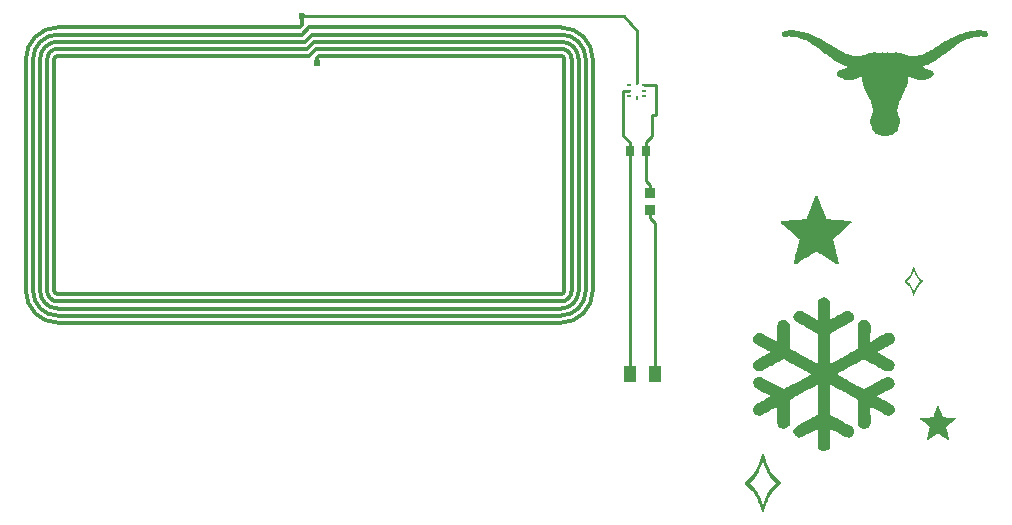
<source format=gtl>
G04 Layer: TopLayer*
G04 EasyEDA v6.5.50, 2025-08-15 22:22:53*
G04 78b981eca6ee4c28b6080d7fc2fd3244,645267f41e9e4d7b8b91459b463e1a24,10*
G04 Gerber Generator version 0.2*
G04 Scale: 100 percent, Rotated: No, Reflected: No *
G04 Dimensions in millimeters *
G04 leading zeros omitted , absolute positions ,4 integer and 5 decimal *
%FSLAX45Y45*%
%MOMM*%

%AMMACRO1*21,1,$1,$2,0,0,$3*%
%ADD10C,0.2540*%
%ADD11C,0.3000*%
%ADD12C,0.6000*%
%ADD13R,0.8000X0.9000*%
%ADD14MACRO1,1X1.3995X0.0000*%
%ADD15R,1.0000X1.3995*%
%ADD16MACRO1,0.864X0.8065X0.0000*%
%ADD17R,0.8640X0.8065*%
%ADD18R,0.2200X0.4000*%
%ADD19R,0.4000X0.2200*%
%ADD20C,0.6100*%
%ADD21R,0.4000X0.2800*%
%ADD22R,0.0146X0.2800*%

%LPD*%
G36*
X6943242Y-1679295D02*
G01*
X6941362Y-1679702D01*
X6937095Y-1682038D01*
X6934708Y-1684629D01*
X6930491Y-1694332D01*
X6930491Y-1695196D01*
X6928103Y-1700326D01*
X6928103Y-1701088D01*
X6924548Y-1709064D01*
X6924548Y-1709877D01*
X6922211Y-1715058D01*
X6922211Y-1716176D01*
X6921550Y-1716938D01*
X6913930Y-1735886D01*
X6913930Y-1736648D01*
X6911594Y-1741830D01*
X6911594Y-1742643D01*
X6909206Y-1747824D01*
X6909206Y-1749043D01*
X6908495Y-1749501D01*
X6907936Y-1752041D01*
X6905650Y-1757019D01*
X6905650Y-1757883D01*
X6903313Y-1763014D01*
X6903313Y-1763877D01*
X6900925Y-1769008D01*
X6900925Y-1769872D01*
X6900164Y-1771243D01*
X6897420Y-1777746D01*
X6897420Y-1778863D01*
X6896760Y-1779625D01*
X6890207Y-1796389D01*
X6886752Y-1804517D01*
X6886752Y-1805330D01*
X6885228Y-1808581D01*
X6879691Y-1822450D01*
X6879691Y-1823567D01*
X6879031Y-1824329D01*
X6876948Y-1829917D01*
X6876643Y-1830324D01*
X6875272Y-1834337D01*
X6871411Y-1843278D01*
X6871411Y-1844446D01*
X6870700Y-1844903D01*
X6870141Y-1847443D01*
X6867855Y-1852422D01*
X6867855Y-1853285D01*
X6865518Y-1858416D01*
X6865518Y-1859280D01*
X6863130Y-1864410D01*
X6863130Y-1865274D01*
X6862368Y-1866646D01*
X6859625Y-1873148D01*
X6859625Y-1873961D01*
X6858050Y-1876958D01*
X6852310Y-1877618D01*
X6835800Y-1878838D01*
X6818833Y-1879650D01*
X6815074Y-1880412D01*
X6807809Y-1880463D01*
X6800748Y-1881225D01*
X6783019Y-1882444D01*
X6767677Y-1883156D01*
X6761378Y-1884019D01*
X6733438Y-1885645D01*
X6725920Y-1886407D01*
X6700367Y-1888032D01*
X6691680Y-1888845D01*
X6663334Y-1890369D01*
X6658203Y-1891182D01*
X6653733Y-1891538D01*
X6649618Y-1893824D01*
X6647129Y-1896364D01*
X6645046Y-1900783D01*
X6645046Y-1906016D01*
X6646316Y-1909978D01*
X6646976Y-1909978D01*
X6647027Y-1910943D01*
X6648805Y-1912975D01*
X6666890Y-1928114D01*
X6668109Y-1929333D01*
X6708597Y-1963826D01*
X6709206Y-1963877D01*
X6713728Y-1968093D01*
X6747205Y-1996439D01*
X6753098Y-2001164D01*
X6753910Y-2002078D01*
X6766102Y-2012238D01*
X6779412Y-2023770D01*
X6779869Y-2023770D01*
X6801815Y-2042718D01*
X6804101Y-2044293D01*
X6804101Y-2047544D01*
X6803339Y-2048306D01*
X6799173Y-2066645D01*
X6798665Y-2067458D01*
X6798106Y-2071370D01*
X6797446Y-2072639D01*
X6794601Y-2085035D01*
X6793839Y-2086457D01*
X6793331Y-2090216D01*
X6792722Y-2091029D01*
X6787134Y-2114956D01*
X6781901Y-2135733D01*
X6780885Y-2138934D01*
X6778955Y-2147722D01*
X6776516Y-2157272D01*
X6776110Y-2158085D01*
X6775399Y-2161692D01*
X6768439Y-2190445D01*
X6767982Y-2191207D01*
X6767423Y-2194814D01*
X6766712Y-2196388D01*
X6764832Y-2204770D01*
X6763918Y-2207056D01*
X6763918Y-2209241D01*
X6763207Y-2210003D01*
X6756806Y-2237536D01*
X6756095Y-2238908D01*
X6755536Y-2242312D01*
X6754825Y-2243785D01*
X6754825Y-2249220D01*
X6756958Y-2253792D01*
X6759244Y-2256434D01*
X6762699Y-2258466D01*
X6764274Y-2258466D01*
X6764781Y-2259279D01*
X6769811Y-2259279D01*
X6770268Y-2258466D01*
X6771894Y-2258466D01*
X6778701Y-2254351D01*
X6779666Y-2253538D01*
X6788150Y-2248357D01*
X6788403Y-2247696D01*
X6789470Y-2247696D01*
X6790537Y-2246731D01*
X6797598Y-2242362D01*
X6797852Y-2241702D01*
X6798513Y-2241702D01*
X6803491Y-2238298D01*
X6810603Y-2233980D01*
X6810959Y-2233523D01*
X6848754Y-2209495D01*
X6851548Y-2207971D01*
X6872782Y-2194204D01*
X6874357Y-2193493D01*
X6879894Y-2189886D01*
X6880809Y-2189022D01*
X6881520Y-2189022D01*
X6884619Y-2186787D01*
X6889699Y-2183688D01*
X6890003Y-2183028D01*
X6891020Y-2183028D01*
X6892137Y-2182012D01*
X6899148Y-2177643D01*
X6899452Y-2177034D01*
X6900468Y-2177034D01*
X6903110Y-2175103D01*
X6908596Y-2171700D01*
X6909003Y-2171242D01*
X6917944Y-2165654D01*
X6922008Y-2162860D01*
X6931050Y-2157323D01*
X6931304Y-2156663D01*
X6932320Y-2156663D01*
X6935368Y-2154428D01*
X6940499Y-2151329D01*
X6940753Y-2150719D01*
X6941820Y-2150719D01*
X6942886Y-2149703D01*
X6944614Y-2148687D01*
X6945680Y-2148687D01*
X6958634Y-2156815D01*
X6958990Y-2157323D01*
X6975551Y-2167636D01*
X6976567Y-2168652D01*
X6977634Y-2168652D01*
X6977888Y-2169312D01*
X6985000Y-2173630D01*
X6985406Y-2174087D01*
X7032040Y-2203805D01*
X7035800Y-2205990D01*
X7036816Y-2207006D01*
X7037882Y-2207006D01*
X7038136Y-2207564D01*
X7040676Y-2209393D01*
X7041438Y-2209393D01*
X7041692Y-2210054D01*
X7047992Y-2213914D01*
X7049820Y-2215388D01*
X7050887Y-2215388D01*
X7051141Y-2215997D01*
X7056272Y-2219147D01*
X7059320Y-2221382D01*
X7060336Y-2221382D01*
X7060590Y-2222042D01*
X7087870Y-2239314D01*
X7088378Y-2239314D01*
X7089343Y-2240178D01*
X7109815Y-2253335D01*
X7110984Y-2253792D01*
X7117334Y-2258009D01*
X7121753Y-2259279D01*
X7123938Y-2259279D01*
X7126731Y-2258364D01*
X7129881Y-2256891D01*
X7132624Y-2254300D01*
X7133844Y-2252319D01*
X7135266Y-2248509D01*
X7134859Y-2243531D01*
X7131659Y-2229713D01*
X7131151Y-2228799D01*
X7126884Y-2210765D01*
X7126376Y-2209596D01*
X7119874Y-2182012D01*
X7119112Y-2180437D01*
X7112711Y-2153310D01*
X7112000Y-2151684D01*
X7111492Y-2148078D01*
X7110882Y-2147316D01*
X7110374Y-2143810D01*
X7109815Y-2142896D01*
X7102144Y-2110587D01*
X7101382Y-2108962D01*
X7086346Y-2047900D01*
X7085888Y-2044598D01*
X7091680Y-2039467D01*
X7104278Y-2029155D01*
X7115302Y-2019554D01*
X7129068Y-2008073D01*
X7129881Y-2007158D01*
X7165695Y-1976932D01*
X7166508Y-1976018D01*
X7241997Y-1912213D01*
X7243876Y-1909165D01*
X7245045Y-1905762D01*
X7245045Y-1901799D01*
X7243876Y-1898396D01*
X7241997Y-1895398D01*
X7239304Y-1892960D01*
X7236561Y-1891538D01*
X7229906Y-1890775D01*
X7198766Y-1888794D01*
X7191705Y-1887982D01*
X7176719Y-1887220D01*
X7159040Y-1886000D01*
X7151928Y-1885289D01*
X7144461Y-1885188D01*
X7141311Y-1884476D01*
X7128306Y-1884019D01*
X7120026Y-1883206D01*
X7090714Y-1881225D01*
X7086955Y-1880819D01*
X7055459Y-1878838D01*
X7053529Y-1878431D01*
X7036562Y-1877568D01*
X7031990Y-1877161D01*
X7029399Y-1871421D01*
X7028840Y-1868881D01*
X7028129Y-1868424D01*
X7028129Y-1867154D01*
X7025741Y-1862023D01*
X7025741Y-1861210D01*
X7023404Y-1856079D01*
X7023404Y-1855216D01*
X7017054Y-1839925D01*
X7012330Y-1827530D01*
X7009231Y-1820468D01*
X7009231Y-1819706D01*
X6995058Y-1784553D01*
X6995058Y-1783740D01*
X6991502Y-1775612D01*
X6990994Y-1773428D01*
X6990334Y-1772970D01*
X6990334Y-1771751D01*
X6987946Y-1766570D01*
X6987946Y-1765757D01*
X6985609Y-1760575D01*
X6985609Y-1759762D01*
X6983222Y-1754632D01*
X6983222Y-1753819D01*
X6980885Y-1748637D01*
X6980885Y-1748078D01*
X6979818Y-1746097D01*
X6977735Y-1740509D01*
X6977430Y-1740103D01*
X6975602Y-1734921D01*
X6975094Y-1734108D01*
X6973214Y-1728927D01*
X6972198Y-1726946D01*
X6972198Y-1725930D01*
X6970217Y-1721866D01*
X6970217Y-1721104D01*
X6966712Y-1713179D01*
X6966712Y-1712315D01*
X6960768Y-1697989D01*
X6960768Y-1697126D01*
X6955637Y-1684731D01*
X6952183Y-1681276D01*
X6948779Y-1679549D01*
G37*
G36*
X7011924Y-2538476D02*
G01*
X7003796Y-2538628D01*
X6991603Y-2541371D01*
X6982459Y-2545435D01*
X6974331Y-2550820D01*
X6967981Y-2556459D01*
X6961073Y-2565958D01*
X6958736Y-2570784D01*
X6955536Y-2580284D01*
X6955485Y-2724200D01*
X6953910Y-2726537D01*
X6940803Y-2719730D01*
X6853174Y-2670759D01*
X6843217Y-2665526D01*
X6828485Y-2657144D01*
X6826097Y-2657144D01*
X6822897Y-2654401D01*
X6802577Y-2652268D01*
X6788302Y-2654909D01*
X6776161Y-2660396D01*
X6773214Y-2662428D01*
X6760565Y-2674416D01*
X6754875Y-2685592D01*
X6751370Y-2698140D01*
X6751370Y-2708757D01*
X6754875Y-2721305D01*
X6760870Y-2732684D01*
X6769811Y-2742184D01*
X6781596Y-2749753D01*
X6782562Y-2749753D01*
X6823913Y-2772918D01*
X6826961Y-2774848D01*
X6830009Y-2776169D01*
X6864553Y-2795676D01*
X6867601Y-2797098D01*
X6879793Y-2804414D01*
X6885889Y-2807462D01*
X6918756Y-2826004D01*
X6920280Y-2826004D01*
X6926935Y-2830830D01*
X6928256Y-2830830D01*
X6955536Y-2846374D01*
X6955536Y-3098952D01*
X6953351Y-3100222D01*
X6949744Y-3097123D01*
X6948373Y-3097123D01*
X6922820Y-3082645D01*
X6921957Y-3082645D01*
X6896353Y-3068167D01*
X6895592Y-3068167D01*
X6874713Y-3056585D01*
X6871665Y-3054654D01*
X6868617Y-3053334D01*
X6848297Y-3042107D01*
X6845249Y-3040176D01*
X6842201Y-3038906D01*
X6817766Y-3025140D01*
X6814769Y-3023768D01*
X6808673Y-3019958D01*
X6805625Y-3018637D01*
X6760870Y-2993847D01*
X6756044Y-2991916D01*
X6750100Y-2987852D01*
X6724853Y-2974594D01*
X6722770Y-2970834D01*
X6720941Y-2769514D01*
X6716674Y-2756814D01*
X6708190Y-2744825D01*
X6698742Y-2736748D01*
X6686702Y-2731211D01*
X6682638Y-2729534D01*
X6665823Y-2727452D01*
X6653174Y-2729687D01*
X6643979Y-2732735D01*
X6638899Y-2735681D01*
X6630009Y-2742031D01*
X6621322Y-2752699D01*
X6617462Y-2760878D01*
X6613855Y-2771241D01*
X6614414Y-2910484D01*
X6612890Y-2912821D01*
X6597243Y-2904134D01*
X6594195Y-2902813D01*
X6573875Y-2891586D01*
X6570827Y-2889656D01*
X6566712Y-2887980D01*
X6539331Y-2872384D01*
X6530187Y-2868015D01*
X6521754Y-2862630D01*
X6520434Y-2862630D01*
X6491528Y-2846324D01*
X6481013Y-2841447D01*
X6478219Y-2841447D01*
X6475679Y-2839008D01*
X6449669Y-2839008D01*
X6431178Y-2847289D01*
X6423761Y-2853486D01*
X6415024Y-2864510D01*
X6409232Y-2878582D01*
X6409385Y-2902153D01*
X6411518Y-2904642D01*
X6412992Y-2909468D01*
X6417208Y-2918155D01*
X6431584Y-2931718D01*
X6450888Y-2942132D01*
X6459016Y-2946298D01*
X6480048Y-2958185D01*
X6480759Y-2958185D01*
X6489801Y-2963976D01*
X6491173Y-2963976D01*
X6509867Y-2974594D01*
X6512915Y-2975914D01*
X6537350Y-2989630D01*
X6540347Y-2991002D01*
X6550964Y-2996742D01*
X6559143Y-3001619D01*
X6559143Y-3003448D01*
X6509004Y-3030524D01*
X6507327Y-3030524D01*
X6507327Y-3032353D01*
X6502704Y-3033725D01*
X6495389Y-3038094D01*
X6468160Y-3052724D01*
X6465112Y-3054045D01*
X6452920Y-3061055D01*
X6438696Y-3068421D01*
X6428028Y-3075127D01*
X6419697Y-3084068D01*
X6412839Y-3097784D01*
X6409994Y-3113328D01*
X6412788Y-3128467D01*
X6415887Y-3135884D01*
X6422593Y-3145840D01*
X6430873Y-3153562D01*
X6435648Y-3157016D01*
X6441744Y-3160014D01*
X6453936Y-3163976D01*
X6474510Y-3163824D01*
X6485331Y-3160471D01*
X6495592Y-3155238D01*
X6506362Y-3149244D01*
X6507124Y-3149244D01*
X6527800Y-3137662D01*
X6528358Y-3137662D01*
X6556603Y-3122117D01*
X6562191Y-3120085D01*
X6562191Y-3118459D01*
X6566153Y-3117291D01*
X6602933Y-3097123D01*
X6603796Y-3097123D01*
X6619595Y-3088436D01*
X6622643Y-3086506D01*
X6625691Y-3085134D01*
X6640525Y-3076854D01*
X6641439Y-3076854D01*
X6654190Y-3069488D01*
X6667804Y-3062376D01*
X6670954Y-3062376D01*
X6697878Y-3077514D01*
X6712000Y-3085033D01*
X6721246Y-3090367D01*
X6726326Y-3092805D01*
X6751116Y-3106775D01*
X6752132Y-3106775D01*
X6775703Y-3120288D01*
X6776618Y-3120288D01*
X6803948Y-3135731D01*
X6805015Y-3135731D01*
X6828586Y-3149244D01*
X6829602Y-3149244D01*
X6850837Y-3161131D01*
X6852361Y-3161792D01*
X6858457Y-3165500D01*
X6882841Y-3178403D01*
X6886041Y-3181045D01*
X6887616Y-3181045D01*
X6896353Y-3186684D01*
X6900875Y-3188004D01*
X6895287Y-3192576D01*
X6886905Y-3196590D01*
X6862876Y-3210001D01*
X6862216Y-3210001D01*
X6837121Y-3224123D01*
X6831990Y-3226663D01*
X6803085Y-3242818D01*
X6752183Y-3270808D01*
X6751320Y-3270808D01*
X6727748Y-3284321D01*
X6726681Y-3284321D01*
X6707022Y-3295243D01*
X6699910Y-3299510D01*
X6672478Y-3314293D01*
X6668160Y-3315309D01*
X6657238Y-3309975D01*
X6640931Y-3300729D01*
X6634835Y-3297885D01*
X6624675Y-3292043D01*
X6621627Y-3290722D01*
X6605016Y-3281426D01*
X6603949Y-3281426D01*
X6586067Y-3271164D01*
X6572859Y-3264560D01*
X6567779Y-3261410D01*
X6488480Y-3218789D01*
X6481368Y-3215944D01*
X6468973Y-3212744D01*
X6455968Y-3213608D01*
X6446824Y-3215995D01*
X6438392Y-3219551D01*
X6429298Y-3225038D01*
X6418783Y-3236468D01*
X6413042Y-3248101D01*
X6410807Y-3259683D01*
X6410045Y-3266186D01*
X6413449Y-3281883D01*
X6419291Y-3293160D01*
X6433464Y-3306521D01*
X6448856Y-3314852D01*
X6451904Y-3316173D01*
X6459016Y-3320237D01*
X6476288Y-3329381D01*
X6487972Y-3335934D01*
X6525259Y-3355543D01*
X6543395Y-3366058D01*
X6557619Y-3373272D01*
X6559092Y-3375507D01*
X6559143Y-3376472D01*
X6548475Y-3382111D01*
X6513931Y-3401060D01*
X6510883Y-3402990D01*
X6507835Y-3404311D01*
X6488074Y-3415537D01*
X6485940Y-3415537D01*
X6485940Y-3417315D01*
X6481368Y-3418687D01*
X6467144Y-3426815D01*
X6464096Y-3428085D01*
X6458000Y-3431794D01*
X6452920Y-3434435D01*
X6427876Y-3448659D01*
X6420002Y-3456533D01*
X6414465Y-3464255D01*
X6410553Y-3473907D01*
X6408521Y-3484524D01*
X6409639Y-3499967D01*
X6413550Y-3509975D01*
X6420002Y-3520643D01*
X6432092Y-3531006D01*
X6444792Y-3536848D01*
X6461506Y-3540251D01*
X6481368Y-3536797D01*
X6484416Y-3534664D01*
X6494576Y-3529533D01*
X6512153Y-3519728D01*
X6513322Y-3519728D01*
X6537248Y-3506012D01*
X6541363Y-3504285D01*
X6544411Y-3502355D01*
X6570319Y-3487877D01*
X6571132Y-3487877D01*
X6596888Y-3473399D01*
X6597700Y-3473399D01*
X6613144Y-3464509D01*
X6614261Y-3465576D01*
X6613906Y-3605479D01*
X6617208Y-3616706D01*
X6623659Y-3628999D01*
X6636258Y-3640937D01*
X6647942Y-3646373D01*
X6661251Y-3649979D01*
X6674612Y-3649979D01*
X6685686Y-3647033D01*
X6698335Y-3640988D01*
X6709257Y-3631184D01*
X6714134Y-3624427D01*
X6718655Y-3615740D01*
X6718706Y-3612743D01*
X6721043Y-3610508D01*
X6722922Y-3405378D01*
X6728358Y-3401161D01*
X6738518Y-3396081D01*
X6777126Y-3374644D01*
X6784238Y-3370986D01*
X6790334Y-3367278D01*
X6793433Y-3365906D01*
X6807657Y-3357981D01*
X6810705Y-3356660D01*
X6848297Y-3335426D01*
X6851345Y-3334105D01*
X6865569Y-3326129D01*
X6868617Y-3324758D01*
X6922465Y-3294887D01*
X6925513Y-3293567D01*
X6945020Y-3282594D01*
X6953758Y-3278327D01*
X6955485Y-3280918D01*
X6955536Y-3529990D01*
X6952996Y-3533038D01*
X6925513Y-3548278D01*
X6922465Y-3549650D01*
X6916369Y-3553460D01*
X6913321Y-3554831D01*
X6874865Y-3576777D01*
X6826453Y-3603396D01*
X6824929Y-3604056D01*
X6797954Y-3619093D01*
X6769658Y-3635552D01*
X6760616Y-3645357D01*
X6754977Y-3656279D01*
X6751218Y-3670503D01*
X6751218Y-3678986D01*
X6754469Y-3690975D01*
X6761734Y-3704996D01*
X6774180Y-3716324D01*
X6786270Y-3722065D01*
X6797598Y-3725418D01*
X6815785Y-3724554D01*
X6825996Y-3721862D01*
X6840524Y-3713683D01*
X6841896Y-3713683D01*
X6850938Y-3707892D01*
X6851650Y-3707892D01*
X6892696Y-3684727D01*
X6893306Y-3684727D01*
X6938772Y-3659022D01*
X6941820Y-3657650D01*
X6953707Y-3650691D01*
X6955485Y-3653383D01*
X6955536Y-3798366D01*
X6961936Y-3813556D01*
X6967169Y-3820312D01*
X6975348Y-3828592D01*
X6980428Y-3831285D01*
X6995566Y-3838397D01*
X7020052Y-3838498D01*
X7030161Y-3834841D01*
X7036409Y-3831793D01*
X7043420Y-3827221D01*
X7051700Y-3819347D01*
X7057339Y-3810152D01*
X7062165Y-3797147D01*
X7062266Y-3653383D01*
X7063790Y-3651097D01*
X7085075Y-3662832D01*
X7094270Y-3667556D01*
X7097471Y-3670249D01*
X7098995Y-3670249D01*
X7135926Y-3691280D01*
X7144054Y-3695547D01*
X7162647Y-3705961D01*
X7164882Y-3705961D01*
X7164882Y-3707637D01*
X7168438Y-3708806D01*
X7171486Y-3710686D01*
X7191756Y-3721862D01*
X7200950Y-3724452D01*
X7217613Y-3725418D01*
X7230922Y-3722268D01*
X7238593Y-3718966D01*
X7247737Y-3712921D01*
X7256983Y-3703523D01*
X7263231Y-3690975D01*
X7266940Y-3674110D01*
X7263333Y-3657701D01*
X7260437Y-3652418D01*
X7260437Y-3651046D01*
X7254443Y-3642614D01*
X7243267Y-3631946D01*
X7235799Y-3628542D01*
X7207453Y-3612337D01*
X7206640Y-3612337D01*
X7197902Y-3606800D01*
X7186726Y-3601059D01*
X7163866Y-3588207D01*
X7158278Y-3585260D01*
X7119823Y-3563620D01*
X7115556Y-3561689D01*
X7096302Y-3550513D01*
X7064756Y-3532987D01*
X7062216Y-3529990D01*
X7062266Y-3280918D01*
X7064044Y-3278276D01*
X7091730Y-3293008D01*
X7112000Y-3304133D01*
X7127798Y-3313277D01*
X7130846Y-3314598D01*
X7150811Y-3325774D01*
X7151674Y-3325774D01*
X7177582Y-3340252D01*
X7180630Y-3342233D01*
X7183678Y-3343452D01*
X7210399Y-3358591D01*
X7211517Y-3358591D01*
X7240219Y-3374999D01*
X7241031Y-3374999D01*
X7287971Y-3401060D01*
X7289393Y-3401060D01*
X7294930Y-3405378D01*
X7296810Y-3609949D01*
X7300671Y-3619601D01*
X7305344Y-3628136D01*
X7315758Y-3638550D01*
X7324547Y-3644188D01*
X7325664Y-3644188D01*
X7332065Y-3646982D01*
X7343140Y-3649979D01*
X7355433Y-3649979D01*
X7369657Y-3646424D01*
X7378852Y-3642004D01*
X7387945Y-3635044D01*
X7393076Y-3629456D01*
X7400493Y-3616909D01*
X7404049Y-3602736D01*
X7402982Y-3466642D01*
X7404862Y-3465525D01*
X7411364Y-3468065D01*
X7419797Y-3473399D01*
X7421016Y-3473399D01*
X7456728Y-3493668D01*
X7457592Y-3493668D01*
X7507884Y-3521557D01*
X7512151Y-3523437D01*
X7525715Y-3531311D01*
X7527036Y-3531311D01*
X7530287Y-3533952D01*
X7542479Y-3537864D01*
X7553858Y-3540251D01*
X7560767Y-3539286D01*
X7572857Y-3536950D01*
X7585557Y-3531057D01*
X7596581Y-3521710D01*
X7602981Y-3512261D01*
X7608265Y-3499967D01*
X7608519Y-3477768D01*
X7605725Y-3471011D01*
X7599527Y-3458464D01*
X7587183Y-3446881D01*
X7563815Y-3433927D01*
X7560767Y-3432556D01*
X7533335Y-3417214D01*
X7523124Y-3411931D01*
X7509408Y-3403955D01*
X7508392Y-3403955D01*
X7482789Y-3389477D01*
X7482027Y-3389477D01*
X7466228Y-3380790D01*
X7463180Y-3378860D01*
X7458608Y-3376980D01*
X7458659Y-3375507D01*
X7460132Y-3373475D01*
X7494270Y-3354730D01*
X7495184Y-3354730D01*
X7507884Y-3347364D01*
X7519060Y-3341522D01*
X7574991Y-3311398D01*
X7585913Y-3305048D01*
X7596022Y-3295497D01*
X7601356Y-3287674D01*
X7604099Y-3280918D01*
X7607147Y-3268370D01*
X7606080Y-3253638D01*
X7601610Y-3241344D01*
X7596581Y-3233623D01*
X7588199Y-3225292D01*
X7579055Y-3219196D01*
X7571943Y-3216554D01*
X7557719Y-3212947D01*
X7549591Y-3212896D01*
X7535367Y-3215995D01*
X7526172Y-3220313D01*
X7511948Y-3227679D01*
X7504836Y-3231896D01*
X7484516Y-3242360D01*
X7476439Y-3247644D01*
X7474966Y-3247644D01*
X7456322Y-3258261D01*
X7455408Y-3258261D01*
X7438237Y-3267913D01*
X7436967Y-3267913D01*
X7423962Y-3275685D01*
X7419492Y-3277565D01*
X7400950Y-3288182D01*
X7399731Y-3288182D01*
X7380884Y-3298647D01*
X7350353Y-3315157D01*
X7346289Y-3315157D01*
X7329424Y-3305556D01*
X7328509Y-3305556D01*
X7300569Y-3289706D01*
X7293457Y-3286201D01*
X7283805Y-3280613D01*
X7231481Y-3252114D01*
X7215174Y-3242818D01*
X7212126Y-3241446D01*
X7192162Y-3230270D01*
X7191349Y-3230270D01*
X7178446Y-3222752D01*
X7165390Y-3216046D01*
X7149490Y-3207105D01*
X7148271Y-3207105D01*
X7145070Y-3204464D01*
X7119213Y-3190494D01*
X7117232Y-3188258D01*
X7142022Y-3174796D01*
X7142683Y-3173323D01*
X7144664Y-3173323D01*
X7165390Y-3161842D01*
X7168438Y-3160420D01*
X7188758Y-3149193D01*
X7191806Y-3147263D01*
X7194854Y-3145942D01*
X7207046Y-3138932D01*
X7252817Y-3114192D01*
X7269073Y-3104896D01*
X7280249Y-3099308D01*
X7302601Y-3086506D01*
X7305649Y-3085185D01*
X7313777Y-3080258D01*
X7347305Y-3062376D01*
X7350353Y-3062478D01*
X7358481Y-3067151D01*
X7364577Y-3070047D01*
X7376820Y-3076549D01*
X7394194Y-3086354D01*
X7403236Y-3090976D01*
X7437780Y-3109772D01*
X7443876Y-3113481D01*
X7448143Y-3115310D01*
X7461707Y-3123184D01*
X7462621Y-3123184D01*
X7479842Y-3132836D01*
X7481163Y-3132836D01*
X7486548Y-3136442D01*
X7528204Y-3158439D01*
X7533335Y-3160725D01*
X7541310Y-3163722D01*
X7564831Y-3163722D01*
X7576007Y-3159658D01*
X7586370Y-3154070D01*
X7593330Y-3147771D01*
X7598714Y-3141014D01*
X7604810Y-3129381D01*
X7607350Y-3113532D01*
X7604861Y-3098139D01*
X7601915Y-3092754D01*
X7601915Y-3090773D01*
X7594752Y-3080258D01*
X7586167Y-3072841D01*
X7579055Y-3068472D01*
X7564831Y-3061106D01*
X7557719Y-3056890D01*
X7497724Y-3024733D01*
X7494676Y-3022803D01*
X7490409Y-3021076D01*
X7476845Y-3013151D01*
X7475931Y-3013151D01*
X7458506Y-3003397D01*
X7459268Y-3001213D01*
X7471308Y-2993999D01*
X7488580Y-2984957D01*
X7505446Y-2975559D01*
X7506157Y-2975559D01*
X7536383Y-2958541D01*
X7539431Y-2957169D01*
X7563053Y-2943707D01*
X7564069Y-2943707D01*
X7582103Y-2933547D01*
X7591450Y-2927400D01*
X7601407Y-2916224D01*
X7604759Y-2909468D01*
X7608417Y-2899816D01*
X7608316Y-2878429D01*
X7604506Y-2868930D01*
X7599883Y-2860598D01*
X7593279Y-2852826D01*
X7581646Y-2844495D01*
X7566863Y-2839059D01*
X7544511Y-2839008D01*
X7532319Y-2842869D01*
X7506868Y-2856941D01*
X7503820Y-2858820D01*
X7500772Y-2860090D01*
X7487767Y-2867660D01*
X7483500Y-2869488D01*
X7433716Y-2897022D01*
X7430668Y-2898394D01*
X7424572Y-2902204D01*
X7420508Y-2904032D01*
X7405268Y-2912618D01*
X7402830Y-2910738D01*
X7404049Y-2774086D01*
X7400594Y-2761843D01*
X7394194Y-2749296D01*
X7380884Y-2736646D01*
X7365593Y-2729738D01*
X7348626Y-2727604D01*
X7334300Y-2729687D01*
X7325918Y-2733090D01*
X7314793Y-2739898D01*
X7306462Y-2748432D01*
X7300620Y-2757932D01*
X7296759Y-2767634D01*
X7294930Y-2965399D01*
X7293457Y-2973882D01*
X7264349Y-2990037D01*
X7263587Y-2990037D01*
X7240016Y-3003499D01*
X7238949Y-3003499D01*
X7211517Y-3018942D01*
X7210298Y-3018942D01*
X7203643Y-3023768D01*
X7202220Y-3023768D01*
X7187742Y-3032048D01*
X7182662Y-3034436D01*
X7158990Y-3047898D01*
X7156754Y-3047898D01*
X7156754Y-3049727D01*
X7152640Y-3050946D01*
X7127290Y-3065272D01*
X7126478Y-3065272D01*
X7100722Y-3079750D01*
X7099604Y-3079750D01*
X7090613Y-3085541D01*
X7089698Y-3085541D01*
X7076948Y-3092856D01*
X7063435Y-3099866D01*
X7062216Y-3096971D01*
X7062216Y-2848305D01*
X7066788Y-2843530D01*
X7104430Y-2822498D01*
X7107478Y-2821127D01*
X7113574Y-2817418D01*
X7194448Y-2772410D01*
X7199934Y-2769717D01*
X7202627Y-2767126D01*
X7204506Y-2767126D01*
X7221270Y-2757576D01*
X7234529Y-2750312D01*
X7240778Y-2747213D01*
X7244537Y-2744470D01*
X7256881Y-2732582D01*
X7260285Y-2726131D01*
X7263333Y-2719374D01*
X7266533Y-2707132D01*
X7266533Y-2700680D01*
X7262672Y-2685592D01*
X7259269Y-2678836D01*
X7256830Y-2674823D01*
X7250938Y-2667762D01*
X7239406Y-2659176D01*
X7228382Y-2654554D01*
X7212787Y-2652166D01*
X7197902Y-2654198D01*
X7189520Y-2657043D01*
X7179005Y-2662936D01*
X7178344Y-2662936D01*
X7138974Y-2685338D01*
X7129830Y-2689961D01*
X7092188Y-2711196D01*
X7088682Y-2712364D01*
X7088682Y-2713939D01*
X7084263Y-2715260D01*
X7066127Y-2725572D01*
X7062724Y-2726131D01*
X7061606Y-2578506D01*
X7058558Y-2569362D01*
X7056120Y-2567025D01*
X7056120Y-2564790D01*
X7050024Y-2557272D01*
X7046468Y-2553411D01*
X7037171Y-2546197D01*
X7025131Y-2541168D01*
G37*
G36*
X7974177Y-3455060D02*
G01*
X7973263Y-3455263D01*
X7971129Y-3456482D01*
X7969910Y-3457752D01*
X7965135Y-3469233D01*
X7964830Y-3470401D01*
X7957159Y-3489350D01*
X7957159Y-3489960D01*
X7956803Y-3490214D01*
X7956550Y-3491484D01*
X7953044Y-3499967D01*
X7953044Y-3500374D01*
X7951520Y-3503676D01*
X7951266Y-3504895D01*
X7950962Y-3505250D01*
X7942681Y-3526028D01*
X7942427Y-3527247D01*
X7942072Y-3527602D01*
X7938262Y-3537051D01*
X7938262Y-3537661D01*
X7937906Y-3537915D01*
X7937652Y-3539185D01*
X7934147Y-3547668D01*
X7934147Y-3548075D01*
X7932623Y-3551377D01*
X7932369Y-3552444D01*
X7931658Y-3553815D01*
X7924596Y-3554526D01*
X7886395Y-3557015D01*
X7883245Y-3557422D01*
X7834223Y-3560622D01*
X7829397Y-3561232D01*
X7827365Y-3562350D01*
X7826146Y-3563620D01*
X7825079Y-3565855D01*
X7825079Y-3568446D01*
X7825740Y-3570427D01*
X7826044Y-3570427D01*
X7826095Y-3570935D01*
X7828330Y-3573068D01*
X7856880Y-3597351D01*
X7857185Y-3597351D01*
X7904581Y-3637584D01*
X7904632Y-3639210D01*
X7904225Y-3639616D01*
X7902143Y-3648760D01*
X7901889Y-3649167D01*
X7901635Y-3651148D01*
X7901279Y-3651758D01*
X7899857Y-3657955D01*
X7899501Y-3658666D01*
X7899247Y-3660546D01*
X7898942Y-3660952D01*
X7891018Y-3693668D01*
X7890611Y-3694480D01*
X7886395Y-3711956D01*
X7884515Y-3718966D01*
X7884515Y-3720033D01*
X7884159Y-3720439D01*
X7879943Y-3737356D01*
X7879943Y-3740048D01*
X7881061Y-3742334D01*
X7882178Y-3743655D01*
X7883906Y-3744671D01*
X7884718Y-3744671D01*
X7884922Y-3745077D01*
X7887462Y-3745077D01*
X7887716Y-3744671D01*
X7888528Y-3744671D01*
X7896656Y-3739642D01*
X7896758Y-3739286D01*
X7897317Y-3739286D01*
X7901431Y-3736492D01*
X7901482Y-3736289D01*
X7901838Y-3736289D01*
X7942732Y-3710178D01*
X7943342Y-3709974D01*
X7947558Y-3706977D01*
X7948066Y-3706977D01*
X7952130Y-3704285D01*
X7952282Y-3703980D01*
X7952790Y-3703980D01*
X7968081Y-3694125D01*
X7968234Y-3693769D01*
X7968742Y-3693769D01*
X7972806Y-3691128D01*
X7972958Y-3690772D01*
X7973771Y-3690569D01*
X7974888Y-3689807D01*
X7975396Y-3689807D01*
X7990331Y-3699256D01*
X7990840Y-3699764D01*
X7991398Y-3699764D01*
X7991500Y-3700119D01*
X8020964Y-3718915D01*
X8021523Y-3718915D01*
X8021624Y-3719220D01*
X8022894Y-3720134D01*
X8023301Y-3720134D01*
X8023402Y-3720439D01*
X8026552Y-3722370D01*
X8027466Y-3723132D01*
X8028025Y-3723132D01*
X8028127Y-3723436D01*
X8032242Y-3726129D01*
X8032750Y-3726129D01*
X8032851Y-3726434D01*
X8061248Y-3744417D01*
X8063433Y-3745077D01*
X8065211Y-3744874D01*
X8067497Y-3743909D01*
X8068868Y-3742588D01*
X8070189Y-3739692D01*
X8069986Y-3737203D01*
X8062112Y-3705656D01*
X8058302Y-3689502D01*
X8057997Y-3689096D01*
X8057743Y-3687318D01*
X8057489Y-3686911D01*
X8045500Y-3637737D01*
X8123580Y-3571544D01*
X8125104Y-3568344D01*
X8125104Y-3566312D01*
X8124494Y-3564636D01*
X8123580Y-3563162D01*
X8122208Y-3561943D01*
X8120837Y-3561181D01*
X8076641Y-3558082D01*
X8073237Y-3557676D01*
X8066735Y-3557473D01*
X8018576Y-3554018D01*
X8017256Y-3551174D01*
X8017002Y-3549853D01*
X8016595Y-3549650D01*
X8016595Y-3549040D01*
X7997901Y-3502050D01*
X7997698Y-3501948D01*
X7997698Y-3501339D01*
X7994192Y-3492754D01*
X7994192Y-3492347D01*
X7982966Y-3464458D01*
X7982966Y-3464001D01*
X7980375Y-3457803D01*
X7978648Y-3456076D01*
X7976971Y-3455212D01*
G37*
G36*
X6492494Y-3860139D02*
G01*
X6491122Y-3860190D01*
X6488277Y-3861409D01*
X6485686Y-3863543D01*
X6483553Y-3866794D01*
X6481876Y-3870756D01*
X6456883Y-3946804D01*
X6449822Y-3965092D01*
X6442202Y-3982059D01*
X6435140Y-3995724D01*
X6432042Y-4001312D01*
X6426098Y-4011066D01*
X6420459Y-4019600D01*
X6415532Y-4026458D01*
X6405575Y-4038904D01*
X6400292Y-4044746D01*
X6390386Y-4054652D01*
X6347815Y-4093311D01*
X6345072Y-4097883D01*
X6343954Y-4100626D01*
X6342735Y-4106367D01*
X6342640Y-4110380D01*
X6380378Y-4110380D01*
X6380530Y-4109720D01*
X6405270Y-4087063D01*
X6410756Y-4081576D01*
X6419088Y-4072534D01*
X6425539Y-4064711D01*
X6433870Y-4053738D01*
X6441998Y-4041800D01*
X6449923Y-4028694D01*
X6456680Y-4016298D01*
X6462674Y-4004259D01*
X6469989Y-3987596D01*
X6477660Y-3967683D01*
X6492443Y-3923080D01*
X6492849Y-3923334D01*
X6504178Y-3957878D01*
X6508445Y-3970223D01*
X6516776Y-3991508D01*
X6524396Y-4008170D01*
X6528663Y-4016654D01*
X6535216Y-4028694D01*
X6543192Y-4041800D01*
X6549288Y-4050893D01*
X6555689Y-4059631D01*
X6561937Y-4067556D01*
X6571996Y-4079087D01*
X6579412Y-4086555D01*
X6604762Y-4109872D01*
X6604762Y-4110380D01*
X6578853Y-4134307D01*
X6574231Y-4138929D01*
X6568643Y-4144975D01*
X6560108Y-4154932D01*
X6553758Y-4163110D01*
X6545529Y-4174896D01*
X6538264Y-4186682D01*
X6531609Y-4198162D01*
X6524345Y-4212234D01*
X6518909Y-4223969D01*
X6515150Y-4232706D01*
X6508292Y-4250486D01*
X6492748Y-4297172D01*
X6492341Y-4296968D01*
X6479032Y-4256532D01*
X6475323Y-4246067D01*
X6466230Y-4223867D01*
X6458610Y-4207865D01*
X6454292Y-4199585D01*
X6448450Y-4189171D01*
X6437884Y-4172254D01*
X6428790Y-4159707D01*
X6421983Y-4151223D01*
X6417360Y-4145838D01*
X6411874Y-4139895D01*
X6399885Y-4128160D01*
X6380378Y-4110380D01*
X6342640Y-4110380D01*
X6342583Y-4111955D01*
X6343396Y-4117289D01*
X6344666Y-4121708D01*
X6347612Y-4126687D01*
X6393332Y-4168495D01*
X6400241Y-4175455D01*
X6405575Y-4181398D01*
X6415735Y-4194149D01*
X6423964Y-4205935D01*
X6430010Y-4215485D01*
X6438595Y-4231081D01*
X6443319Y-4240682D01*
X6448755Y-4252671D01*
X6455054Y-4268571D01*
X6458458Y-4278071D01*
X6482588Y-4351477D01*
X6484620Y-4355287D01*
X6486804Y-4357776D01*
X6489344Y-4359452D01*
X6491427Y-4360164D01*
X6493764Y-4360164D01*
X6495796Y-4359452D01*
X6497980Y-4358030D01*
X6499504Y-4356608D01*
X6501739Y-4353306D01*
X6503517Y-4348886D01*
X6528562Y-4272838D01*
X6532067Y-4263390D01*
X6539331Y-4246016D01*
X6547561Y-4229049D01*
X6552387Y-4220311D01*
X6561277Y-4205833D01*
X6566662Y-4197959D01*
X6572097Y-4190695D01*
X6579616Y-4181398D01*
X6588252Y-4172051D01*
X6595465Y-4165041D01*
X6636766Y-4127398D01*
X6638798Y-4124858D01*
X6640931Y-4120235D01*
X6641744Y-4117340D01*
X6642557Y-4112056D01*
X6642557Y-4107942D01*
X6641795Y-4102963D01*
X6640525Y-4098544D01*
X6637578Y-4093616D01*
X6593027Y-4052925D01*
X6588404Y-4048404D01*
X6577990Y-4036923D01*
X6569709Y-4026458D01*
X6561023Y-4014063D01*
X6555638Y-4005376D01*
X6550101Y-3995877D01*
X6544259Y-3984650D01*
X6535674Y-3965905D01*
X6529933Y-3951173D01*
X6521246Y-3925570D01*
X6502501Y-3868470D01*
X6499555Y-3863543D01*
X6496862Y-3861409D01*
X6493916Y-3860139D01*
G37*
G36*
X7769809Y-2276094D02*
G01*
X7768386Y-2276703D01*
X7767066Y-2277821D01*
X7765999Y-2279396D01*
X7753400Y-2317394D01*
X7749946Y-2326589D01*
X7746390Y-2334818D01*
X7742580Y-2342438D01*
X7738770Y-2349093D01*
X7734452Y-2355850D01*
X7730388Y-2361336D01*
X7724394Y-2368397D01*
X7719415Y-2373325D01*
X7698181Y-2392680D01*
X7696758Y-2394966D01*
X7696200Y-2396337D01*
X7695641Y-2399233D01*
X7695567Y-2401214D01*
X7714437Y-2401214D01*
X7714488Y-2400858D01*
X7724292Y-2391968D01*
X7729626Y-2386787D01*
X7737602Y-2377694D01*
X7743799Y-2369058D01*
X7749235Y-2360371D01*
X7755585Y-2348128D01*
X7760817Y-2335885D01*
X7765643Y-2322220D01*
X7770469Y-2307539D01*
X7770672Y-2307691D01*
X7779105Y-2332888D01*
X7782610Y-2341778D01*
X7787487Y-2352192D01*
X7793837Y-2363622D01*
X7797393Y-2369210D01*
X7803184Y-2377236D01*
X7810246Y-2385568D01*
X7815021Y-2390343D01*
X7826654Y-2400960D01*
X7826654Y-2401214D01*
X7814919Y-2411933D01*
X7808569Y-2418486D01*
X7804302Y-2423464D01*
X7798663Y-2431034D01*
X7795666Y-2435606D01*
X7788960Y-2447086D01*
X7784388Y-2456434D01*
X7779359Y-2468575D01*
X7770622Y-2494635D01*
X7770418Y-2494483D01*
X7761884Y-2469032D01*
X7756398Y-2455824D01*
X7750251Y-2443581D01*
X7744917Y-2434894D01*
X7739938Y-2427579D01*
X7734096Y-2420213D01*
X7728610Y-2414320D01*
X7714437Y-2401214D01*
X7695567Y-2401214D01*
X7695742Y-2403348D01*
X7696606Y-2406904D01*
X7698028Y-2409342D01*
X7712151Y-2422194D01*
X7723022Y-2432405D01*
X7729474Y-2439670D01*
X7734553Y-2446477D01*
X7739278Y-2453741D01*
X7745272Y-2464968D01*
X7748473Y-2471978D01*
X7751368Y-2479192D01*
X7765542Y-2521762D01*
X7766558Y-2523642D01*
X7768336Y-2525420D01*
X7769453Y-2525928D01*
X7771130Y-2526080D01*
X7773212Y-2525064D01*
X7774025Y-2524302D01*
X7775143Y-2522677D01*
X7787182Y-2486304D01*
X7791246Y-2475280D01*
X7795717Y-2465120D01*
X7799222Y-2458364D01*
X7804912Y-2448915D01*
X7810296Y-2441397D01*
X7816138Y-2434386D01*
X7823555Y-2427122D01*
X7842656Y-2409698D01*
X7843621Y-2408428D01*
X7844688Y-2406142D01*
X7845399Y-2402941D01*
X7845501Y-2399995D01*
X7845145Y-2397506D01*
X7844485Y-2395270D01*
X7843012Y-2392832D01*
X7821777Y-2373477D01*
X7817205Y-2368905D01*
X7811363Y-2362200D01*
X7805826Y-2354681D01*
X7799324Y-2343962D01*
X7793990Y-2333294D01*
X7790129Y-2324150D01*
X7775498Y-2280259D01*
X7774025Y-2277770D01*
X7772704Y-2276703D01*
X7771180Y-2276094D01*
G37*
G36*
X6754875Y-278434D02*
G01*
X6713067Y-278587D01*
X6698132Y-280212D01*
X6687261Y-281990D01*
X6676186Y-284175D01*
X6673138Y-285343D01*
X6670243Y-285343D01*
X6665264Y-288290D01*
X6657594Y-296113D01*
X6653885Y-302920D01*
X6652463Y-310489D01*
X6653834Y-315569D01*
X6655206Y-317296D01*
X6657340Y-321513D01*
X6663232Y-328828D01*
X6668363Y-332282D01*
X6676948Y-332130D01*
X6691274Y-330301D01*
X6717284Y-329031D01*
X6741718Y-330301D01*
X6756603Y-332028D01*
X6767525Y-333806D01*
X6780377Y-336397D01*
X6797903Y-340766D01*
X6823100Y-349148D01*
X6832295Y-352704D01*
X6842607Y-357124D01*
X6855155Y-362813D01*
X6872376Y-371551D01*
X6883857Y-378053D01*
X6885584Y-378815D01*
X6911289Y-394462D01*
X6918604Y-399389D01*
X6919010Y-399389D01*
X6940042Y-413816D01*
X6961022Y-429006D01*
X7021830Y-474675D01*
X7023709Y-476351D01*
X7062368Y-504951D01*
X7094220Y-526999D01*
X7095947Y-527761D01*
X7104532Y-533501D01*
X7128052Y-547725D01*
X7134910Y-551535D01*
X7157821Y-563372D01*
X7174738Y-570941D01*
X7187641Y-576275D01*
X7188758Y-576935D01*
X7192213Y-577799D01*
X7206792Y-583184D01*
X7205573Y-585571D01*
X7201408Y-589483D01*
X7192670Y-596239D01*
X7184796Y-600862D01*
X7177531Y-604418D01*
X7163003Y-609244D01*
X7153249Y-611936D01*
X7142683Y-615289D01*
X7141413Y-615289D01*
X7130338Y-620623D01*
X7125716Y-624128D01*
X7120788Y-629412D01*
X7116775Y-637743D01*
X7115606Y-644956D01*
X7116267Y-649833D01*
X7118299Y-653592D01*
X7122668Y-660196D01*
X7129221Y-666292D01*
X7137755Y-672084D01*
X7159752Y-682701D01*
X7160971Y-682701D01*
X7179056Y-691235D01*
X7187946Y-694791D01*
X7190181Y-694791D01*
X7194499Y-696366D01*
X7205421Y-698500D01*
X7232345Y-698500D01*
X7251852Y-694690D01*
X7266431Y-690473D01*
X7278776Y-686308D01*
X7296556Y-678789D01*
X7314336Y-670306D01*
X7319619Y-667156D01*
X7325614Y-667156D01*
X7329220Y-669137D01*
X7332929Y-672541D01*
X7332929Y-691591D01*
X7334656Y-706577D01*
X7335977Y-713486D01*
X7336790Y-719277D01*
X7339888Y-731926D01*
X7343241Y-743458D01*
X7347153Y-755548D01*
X7356906Y-779170D01*
X7366304Y-799287D01*
X7390688Y-848258D01*
X7396429Y-860348D01*
X7404252Y-878484D01*
X7412024Y-898093D01*
X7412024Y-899769D01*
X7413599Y-903528D01*
X7418831Y-923137D01*
X7422388Y-942136D01*
X7423403Y-955040D01*
X7421880Y-972616D01*
X7420559Y-978966D01*
X7417053Y-992225D01*
X7403541Y-1033119D01*
X7399832Y-1049070D01*
X7399731Y-1063802D01*
X7406843Y-1074064D01*
X7409637Y-1079754D01*
X7413650Y-1093012D01*
X7415428Y-1102207D01*
X7417308Y-1113739D01*
X7419187Y-1117752D01*
X7422591Y-1122934D01*
X7430211Y-1132128D01*
X7443266Y-1145032D01*
X7451140Y-1151483D01*
X7459522Y-1157122D01*
X7463332Y-1159205D01*
X7473645Y-1162812D01*
X7480553Y-1164590D01*
X7489139Y-1166418D01*
X7501737Y-1168400D01*
X7553350Y-1168400D01*
X7566507Y-1166418D01*
X7575092Y-1164590D01*
X7582001Y-1162812D01*
X7587742Y-1161084D01*
X7593431Y-1158798D01*
X7604963Y-1151077D01*
X7615783Y-1141933D01*
X7626959Y-1130604D01*
X7635595Y-1119276D01*
X7638643Y-1113231D01*
X7639456Y-1105103D01*
X7642606Y-1090117D01*
X7644333Y-1084376D01*
X7646060Y-1079754D01*
X7648244Y-1075131D01*
X7649616Y-1072845D01*
X7652613Y-1068832D01*
X7656220Y-1062380D01*
X7656220Y-1052677D01*
X7654391Y-1042873D01*
X7652715Y-1035964D01*
X7649311Y-1024483D01*
X7638999Y-993394D01*
X7635697Y-981862D01*
X7633868Y-973226D01*
X7632141Y-960932D01*
X7632141Y-950417D01*
X7633868Y-938072D01*
X7635646Y-928319D01*
X7637373Y-920242D01*
X7642606Y-901801D01*
X7644180Y-898042D01*
X7644180Y-896366D01*
X7655204Y-868984D01*
X7661503Y-855167D01*
X7689596Y-798423D01*
X7697368Y-782015D01*
X7706817Y-759561D01*
X7710728Y-748639D01*
X7711643Y-745032D01*
X7712557Y-743559D01*
X7713472Y-739394D01*
X7715808Y-731367D01*
X7717993Y-722122D01*
X7721092Y-705459D01*
X7722209Y-694486D01*
X7722971Y-671677D01*
X7725867Y-669442D01*
X7730185Y-667156D01*
X7736027Y-667156D01*
X7741361Y-670306D01*
X7758531Y-678535D01*
X7767675Y-682599D01*
X7779715Y-687324D01*
X7791754Y-691286D01*
X7803794Y-694740D01*
X7823301Y-698500D01*
X7850784Y-698398D01*
X7867446Y-694639D01*
X7876590Y-691184D01*
X7887462Y-686003D01*
X7906359Y-677773D01*
X7918145Y-671779D01*
X7925155Y-667105D01*
X7931912Y-661212D01*
X7936585Y-654964D01*
X7939938Y-648208D01*
X7939938Y-642112D01*
X7937753Y-635203D01*
X7935722Y-631139D01*
X7931810Y-625652D01*
X7925308Y-620674D01*
X7915554Y-615950D01*
X7902956Y-611987D01*
X7895488Y-610057D01*
X7884058Y-606552D01*
X7880299Y-604926D01*
X7879130Y-604926D01*
X7871459Y-601268D01*
X7863738Y-596290D01*
X7863078Y-596290D01*
X7854137Y-589483D01*
X7848752Y-584098D01*
X7849108Y-582930D01*
X7853680Y-581253D01*
X7857134Y-580288D01*
X7874000Y-573887D01*
X7887462Y-568147D01*
X7896656Y-563981D01*
X7915554Y-554431D01*
X7919567Y-552043D01*
X7925308Y-549046D01*
X7934706Y-543610D01*
X7950555Y-533958D01*
X7982762Y-512419D01*
X8002117Y-498449D01*
X8021218Y-484327D01*
X8030108Y-477418D01*
X8032648Y-475691D01*
X8098993Y-425754D01*
X8116468Y-413156D01*
X8138515Y-398221D01*
X8140192Y-397408D01*
X8147710Y-392277D01*
X8170062Y-378866D01*
X8183270Y-371551D01*
X8200491Y-362813D01*
X8218779Y-354533D01*
X8232546Y-349148D01*
X8252866Y-342239D01*
X8265515Y-338785D01*
X8278977Y-335534D01*
X8299043Y-332028D01*
X8313928Y-330301D01*
X8338312Y-329031D01*
X8364931Y-330301D01*
X8378596Y-332130D01*
X8387283Y-332232D01*
X8392464Y-328625D01*
X8394852Y-325932D01*
X8398814Y-320192D01*
X8402472Y-314096D01*
X8402472Y-305562D01*
X8398814Y-297484D01*
X8393176Y-290830D01*
X8386724Y-286054D01*
X8372398Y-282803D01*
X8356904Y-280162D01*
X8340293Y-278434D01*
X8301329Y-278434D01*
X8282381Y-280212D01*
X8268665Y-281940D01*
X8247430Y-285445D01*
X8227364Y-289661D01*
X8215325Y-292404D01*
X8191296Y-299161D01*
X8174075Y-304850D01*
X8163204Y-308762D01*
X8144408Y-316433D01*
X8143392Y-316433D01*
X8124494Y-325069D01*
X8123936Y-325069D01*
X8111591Y-330962D01*
X8087512Y-342950D01*
X8061147Y-357124D01*
X8046821Y-365455D01*
X8043367Y-367131D01*
X8039963Y-369417D01*
X8038236Y-370179D01*
X7979765Y-405688D01*
X7977479Y-406857D01*
X7937347Y-431596D01*
X7935620Y-432409D01*
X7931607Y-435203D01*
X7929321Y-436270D01*
X7922463Y-440639D01*
X7920736Y-441401D01*
X7917281Y-443687D01*
X7915605Y-444500D01*
X7899501Y-454101D01*
X7897825Y-454863D01*
X7893812Y-457352D01*
X7884617Y-462330D01*
X7881162Y-464413D01*
X7865109Y-473049D01*
X7856778Y-477113D01*
X7855813Y-477113D01*
X7849108Y-480161D01*
X7845653Y-481025D01*
X7837627Y-483920D01*
X7817561Y-489102D01*
X7808366Y-490880D01*
X7797495Y-492658D01*
X7782610Y-494588D01*
X7743647Y-494588D01*
X7733030Y-492658D01*
X7729524Y-492658D01*
X7713827Y-489153D01*
X7700619Y-485241D01*
X7691374Y-481838D01*
X7689189Y-480618D01*
X7681163Y-477062D01*
X7679436Y-475945D01*
X7676896Y-474878D01*
X7672527Y-472084D01*
X7666837Y-468934D01*
X7658811Y-466750D01*
X7645603Y-466750D01*
X7638745Y-468426D01*
X7634478Y-468477D01*
X7633817Y-467410D01*
X7630109Y-465480D01*
X7624419Y-463296D01*
X7614412Y-463296D01*
X7608468Y-465632D01*
X7605471Y-467766D01*
X7599730Y-470052D01*
X7593431Y-471576D01*
X7584287Y-471576D01*
X7571943Y-469239D01*
X7560767Y-466851D01*
X7552181Y-465277D01*
X7540701Y-465277D01*
X7534960Y-466851D01*
X7528052Y-469696D01*
X7521803Y-467258D01*
X7516063Y-465582D01*
X7506157Y-464870D01*
X7491120Y-467614D01*
X7479385Y-470154D01*
X7471359Y-471525D01*
X7462774Y-471627D01*
X7455865Y-470052D01*
X7450226Y-467766D01*
X7446162Y-465226D01*
X7441234Y-463296D01*
X7431227Y-463296D01*
X7425486Y-465480D01*
X7421829Y-467410D01*
X7421118Y-468477D01*
X7416901Y-468426D01*
X7410043Y-466750D01*
X7396835Y-466750D01*
X7388809Y-468884D01*
X7377379Y-475386D01*
X7375652Y-476554D01*
X7364272Y-481838D01*
X7355027Y-485241D01*
X7342378Y-489051D01*
X7326122Y-492658D01*
X7322616Y-492658D01*
X7311999Y-494588D01*
X7273036Y-494588D01*
X7258151Y-492658D01*
X7247229Y-490880D01*
X7238085Y-489051D01*
X7233005Y-487476D01*
X7230567Y-487476D01*
X7209688Y-481126D01*
X7203135Y-478688D01*
X7200087Y-477113D01*
X7198715Y-477113D01*
X7187082Y-471271D01*
X7172706Y-463397D01*
X7153859Y-452678D01*
X7136079Y-442264D01*
X7131456Y-439318D01*
X7127443Y-437083D01*
X7122871Y-434136D01*
X7121144Y-433324D01*
X7117689Y-431038D01*
X7115403Y-429869D01*
X7112000Y-427583D01*
X7110272Y-426770D01*
X7081012Y-408584D01*
X7078725Y-407416D01*
X7075322Y-405130D01*
X7072985Y-403961D01*
X7038340Y-382625D01*
X7020255Y-371957D01*
X7018528Y-371144D01*
X7015124Y-368909D01*
X7007098Y-364490D01*
X7004202Y-362610D01*
X6971538Y-344728D01*
X6946341Y-332079D01*
X6927697Y-323342D01*
X6913676Y-317144D01*
X6892188Y-308610D01*
X6872986Y-302056D01*
X6855459Y-296621D01*
X6838594Y-292150D01*
X6825386Y-288899D01*
X6798462Y-283667D01*
X6779564Y-281025D01*
G37*
D10*
X5422900Y-727455D02*
G01*
X5422900Y-279400D01*
X5314950Y-154686D01*
X2588259Y-157479D01*
X5505704Y-1222502D02*
G01*
X5554218Y-1173987D01*
X5549900Y-990600D01*
X5588000Y-990600D01*
X5588000Y-737362D01*
X5482843Y-737362D01*
X5362905Y-787400D02*
G01*
X5308600Y-787400D01*
X5308600Y-1168400D01*
X5365597Y-1222425D01*
X5505602Y-1295400D02*
G01*
X5505602Y-1222425D01*
X5537200Y-1583588D02*
G01*
X5505602Y-1551990D01*
X5505602Y-1295400D01*
X5537200Y-1651863D02*
G01*
X5537200Y-1583588D01*
X5368670Y-2149957D02*
G01*
X5365597Y-2146884D01*
X5365597Y-1295400D01*
X5368670Y-3187700D02*
G01*
X5368670Y-2149957D01*
X5368676Y-2149957D01*
X5365597Y-1295400D02*
G01*
X5365597Y-1222425D01*
X5537200Y-1870814D02*
G01*
X5578729Y-1912343D01*
X5578729Y-3187700D01*
X5537200Y-1802536D02*
G01*
X5537200Y-1870811D01*
D11*
X2589199Y-156997D02*
G01*
X2589199Y-169697D01*
X2589199Y-236702D01*
X2572689Y-253212D01*
X522706Y-253212D01*
X4782693Y-493191D02*
G01*
X2732709Y-493191D01*
X2716199Y-509701D01*
X2716199Y-550697D01*
X522706Y-313207D02*
G01*
X2592704Y-313207D01*
X2652699Y-253212D01*
X4782693Y-253212D01*
X522706Y-433196D02*
G01*
X2632709Y-433196D01*
X2692704Y-373202D01*
X4782693Y-373202D01*
X522706Y-373202D02*
G01*
X2612694Y-373202D01*
X2672689Y-313207D01*
X4782693Y-313207D01*
X522706Y-493191D02*
G01*
X2652699Y-493191D01*
X2712694Y-433196D01*
X4782693Y-433196D01*
X5052695Y-523214D02*
G01*
X5052695Y-2483205D01*
X4992700Y-523214D02*
G01*
X4992700Y-2483205D01*
X4932705Y-523214D02*
G01*
X4932705Y-2483205D01*
X4872685Y-523214D02*
G01*
X4872685Y-2483205D01*
X4812690Y-523214D02*
G01*
X4812690Y-2483205D01*
X252704Y-523214D02*
G01*
X252704Y-2483205D01*
X312699Y-523214D02*
G01*
X312699Y-2483205D01*
X372694Y-523214D02*
G01*
X372694Y-2483205D01*
X432714Y-523214D02*
G01*
X432714Y-2483205D01*
X492709Y-523214D02*
G01*
X492709Y-2483205D01*
X522706Y-2753207D02*
G01*
X4782693Y-2753207D01*
X522706Y-2693187D02*
G01*
X4782693Y-2693187D01*
X522706Y-2633192D02*
G01*
X4782693Y-2633192D01*
X522706Y-2573197D02*
G01*
X4782693Y-2573197D01*
X522706Y-2513203D02*
G01*
X4782693Y-2513203D01*
D12*
G01*
X2588259Y-157479D03*
D13*
G01*
X5505602Y-1295400D03*
G01*
X5365597Y-1295400D03*
D14*
G01*
X5368670Y-3187700D03*
D15*
G01*
X5578729Y-3187700D03*
D16*
G01*
X5537200Y-1651875D03*
D17*
G01*
X5537200Y-1802536D03*
D18*
G01*
X5422900Y-727405D03*
D19*
G01*
X5482894Y-737412D03*
G01*
X5482894Y-787400D03*
G01*
X5482894Y-837412D03*
D18*
G01*
X5422900Y-847394D03*
D19*
G01*
X5362905Y-837387D03*
G01*
X5362905Y-787400D03*
D11*
G75*
G01*
X4782693Y-2753208D02*
G03*
X5052695Y-2483206I0J270002D01*
G75*
G01*
X4782693Y-2693187D02*
G03*
X4992700Y-2483206I0J210007D01*
G75*
G01*
X4782693Y-2633193D02*
G03*
X4932705Y-2483206I25J149987D01*
G75*
G01*
X4782693Y-2573198D02*
G03*
X4872685Y-2483206I0J89992D01*
G75*
G01*
X4782693Y-2513203D02*
G03*
X4812690Y-2483206I0J29997D01*
G75*
G01*
X522707Y-2753208D02*
G02*
X252705Y-2483206I0J270002D01*
G75*
G01*
X522707Y-2693187D02*
G02*
X312699Y-2483206I0J210007D01*
G75*
G01*
X522707Y-2633193D02*
G02*
X372694Y-2483206I-26J149987D01*
G75*
G01*
X522707Y-2573198D02*
G02*
X432714Y-2483206I0J89992D01*
G75*
G01*
X522707Y-2513203D02*
G02*
X492709Y-2483206I0J29997D01*
G75*
G01*
X522707Y-253213D02*
G03*
X252705Y-523215I0J-270002D01*
G75*
G01*
X522707Y-313207D02*
G03*
X312699Y-523215I0J-210008D01*
G75*
G01*
X522707Y-373202D02*
G03*
X372694Y-523215I-26J-149987D01*
G75*
G01*
X522707Y-433197D02*
G03*
X432714Y-523215I0J-89992D01*
G75*
G01*
X522707Y-493192D02*
G03*
X492709Y-523215I0J-29997D01*
G75*
G01*
X4782693Y-253213D02*
G02*
X5052695Y-523215I0J-270002D01*
G75*
G01*
X4782693Y-313207D02*
G02*
X4992700Y-523215I0J-210008D01*
G75*
G01*
X4782693Y-373202D02*
G02*
X4932705Y-523215I25J-149987D01*
G75*
G01*
X4782693Y-433197D02*
G02*
X4872685Y-523215I0J-89992D01*
G75*
G01*
X4782693Y-493192D02*
G02*
X4812690Y-523215I0J-29997D01*
D20*
G01*
X2716098Y-550903D03*
D21*
G01*
X5362905Y-737412D03*
M02*

</source>
